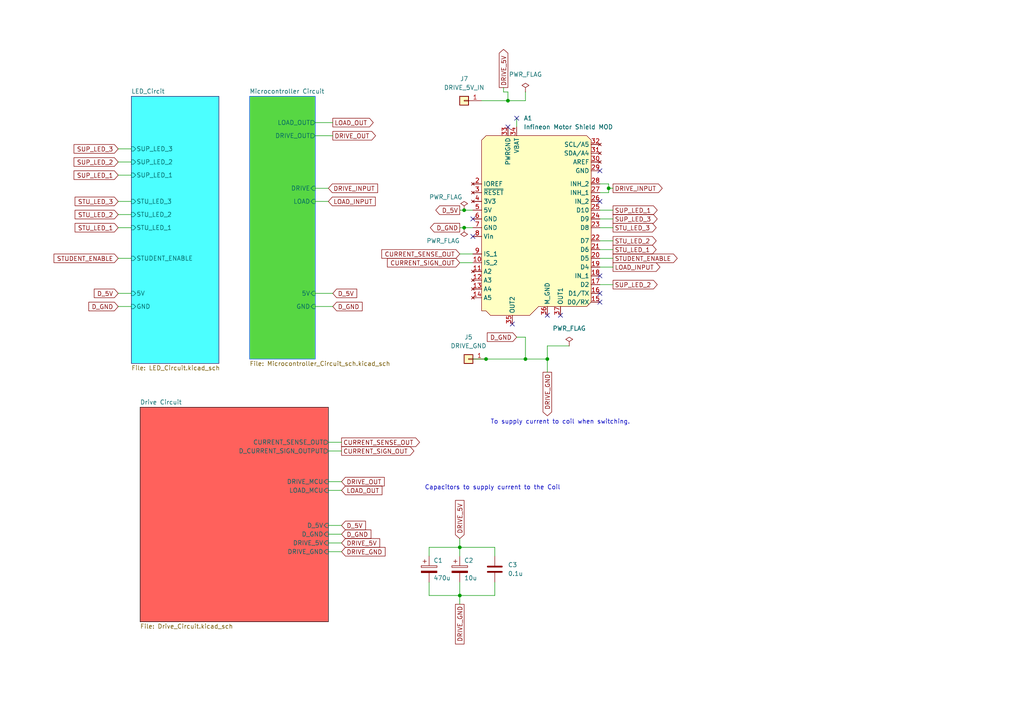
<source format=kicad_sch>
(kicad_sch (version 20211123) (generator eeschema)
  (paper "A4")
  (lib_symbols
    (symbol "000_Modules_Immo:Infineon Motor Shield MOD"
      (property "Reference" "A" (at 20.32 34.29 0))
      (property "Value" "Infineon Motor Shield MOD" (at 20.32 33.02 0))
      (symbol "Infineon Motor Shield MOD_0_1"
        (polyline (pts (xy -17.78 26.67) (xy -17.78 -22.86) (xy -16.51 -22.86) (xy -15.24 -24.13) (xy -3.81 -24.13) (xy -1.27 -21.59) (xy 12.7 -21.59) (xy 13.97 -20.32) (xy 13.97 26.67) (xy 12.7 27.94) (xy -16.51 27.94) (xy -17.78 26.67)) (fill (type background)))
      )
      (symbol "Infineon Motor Shield MOD_1_1"
        (pin no_connect line (at -20.32 16.51 0) (length 2.54) hide (name "NC") (number "1"))
        (pin input line (at -20.32 -8.89 0) (length 2.54) (name "IS_2") (number "10"))
        (pin no_connect line (at -20.32 -11.43 0) (length 2.54) (name "A2") (number "11"))
        (pin no_connect line (at -20.32 -13.97 0) (length 2.54) (name "A3") (number "12"))
        (pin no_connect line (at -20.32 -16.51 0) (length 2.54) (name "A4") (number "13"))
        (pin no_connect line (at -20.32 -19.05 0) (length 2.54) (name "A5") (number "14"))
        (pin bidirectional line (at 16.51 -20.32 180) (length 2.54) (name "D0/RX") (number "15"))
        (pin bidirectional line (at 16.51 -17.78 180) (length 2.54) (name "D1/TX") (number "16"))
        (pin bidirectional line (at 16.51 -15.24 180) (length 2.54) (name "D2") (number "17"))
        (pin bidirectional line (at 16.51 -12.7 180) (length 2.54) (name "IN_1") (number "18"))
        (pin bidirectional line (at 16.51 -10.16 180) (length 2.54) (name "D4") (number "19"))
        (pin no_connect line (at -20.32 13.97 0) (length 2.54) (name "IOREF") (number "2"))
        (pin bidirectional line (at 16.51 -7.62 180) (length 2.54) (name "D5") (number "20"))
        (pin bidirectional line (at 16.51 -5.08 180) (length 2.54) (name "D6") (number "21"))
        (pin bidirectional line (at 16.51 -2.54 180) (length 2.54) (name "D7") (number "22"))
        (pin bidirectional line (at 16.51 1.27 180) (length 2.54) (name "D8") (number "23"))
        (pin bidirectional line (at 16.51 3.81 180) (length 2.54) (name "D9") (number "24"))
        (pin bidirectional line (at 16.51 6.35 180) (length 2.54) (name "D10") (number "25"))
        (pin input line (at 16.51 8.89 180) (length 2.54) (name "IN_2") (number "26"))
        (pin input line (at 16.51 11.43 180) (length 2.54) (name "INH_1") (number "27"))
        (pin input line (at 16.51 13.97 180) (length 2.54) (name "INH_2") (number "28"))
        (pin power_in line (at 16.51 17.78 180) (length 2.54) (name "GND") (number "29"))
        (pin no_connect line (at -20.32 11.43 0) (length 2.54) (name "~{RESET}") (number "3"))
        (pin no_connect line (at 16.51 20.32 180) (length 2.54) (name "AREF") (number "30"))
        (pin no_connect line (at 16.51 22.86 180) (length 2.54) (name "SDA/A4") (number "31"))
        (pin no_connect line (at 16.51 25.4 180) (length 2.54) (name "SCL/A5") (number "32"))
        (pin power_in line (at -10.16 30.48 270) (length 2.54) (name "PWRGND") (number "33"))
        (pin power_in line (at -7.62 30.48 270) (length 2.54) (name "VBAT") (number "34"))
        (pin output line (at -8.89 -26.67 90) (length 2.54) (name "OUT2") (number "35"))
        (pin power_in line (at 1.27 -24.13 90) (length 2.54) (name "M_GND") (number "36"))
        (pin output line (at 5.08 -24.13 90) (length 2.54) (name "OUT1") (number "37"))
        (pin no_connect line (at -20.32 8.89 0) (length 2.54) (name "3V3") (number "4"))
        (pin input line (at -20.32 6.35 0) (length 2.54) (name "5V") (number "5"))
        (pin power_in line (at -20.32 3.81 0) (length 2.54) (name "GND") (number "6"))
        (pin power_in line (at -20.32 1.27 0) (length 2.54) (name "GND") (number "7"))
        (pin input line (at -20.32 -1.27 0) (length 2.54) (name "Vin") (number "8"))
        (pin input line (at -20.32 -6.35 0) (length 2.54) (name "IS_1") (number "9"))
      )
    )
    (symbol "Connector_Generic:Conn_01x01" (pin_names (offset 1.016) hide)
      (property "Reference" "J" (at 0 2.54 0))
      (property "Value" "Conn_01x01" (at 0 -2.54 0))
      (symbol "Conn_01x01_1_1"
        (rectangle (start -1.27 0.127) (end 0 -0.127) (stroke (width 0.1524)))
        (rectangle (start -1.27 1.27) (end 1.27 -1.27) (stroke (width 0.254)) (fill (type background)))
        (pin passive line (at -5.08 0 0) (length 3.81) (name "Pin_1") (number "1"))
      )
    )
    (symbol "Device:C" (pin_numbers hide) (pin_names (offset 0.254))
      (property "Reference" "C" (at 0.635 2.54 0))
      (property "Value" "C" (at 0.635 -2.54 0))
      (symbol "C_0_1"
        (polyline (pts (xy -2.032 -0.762) (xy 2.032 -0.762)) (stroke (width 0.508)))
        (polyline (pts (xy -2.032 0.762) (xy 2.032 0.762)) (stroke (width 0.508)))
      )
      (symbol "C_1_1"
        (pin passive line (at 0 3.81 270) (length 2.794) (name "~") (number "1"))
        (pin passive line (at 0 -3.81 90) (length 2.794) (name "~") (number "2"))
      )
    )
    (symbol "Device:C_Polarized" (pin_numbers hide) (pin_names (offset 0.254))
      (property "Reference" "C" (at 0.635 2.54 0))
      (property "Value" "C_Polarized" (at 0.635 -2.54 0))
      (symbol "C_Polarized_0_1"
        (rectangle (start -2.286 0.508) (end 2.286 1.016))
        (polyline (pts (xy -1.778 2.286) (xy -0.762 2.286)))
        (polyline (pts (xy -1.27 2.794) (xy -1.27 1.778)))
        (rectangle (start 2.286 -0.508) (end -2.286 -1.016) (fill (type outline)))
      )
      (symbol "C_Polarized_1_1"
        (pin passive line (at 0 3.81 270) (length 2.794) (name "~") (number "1"))
        (pin passive line (at 0 -3.81 90) (length 2.794) (name "~") (number "2"))
      )
    )
    (symbol "power:PWR_FLAG" (power) (pin_numbers hide) (pin_names (offset 0) hide)
      (property "Value" "PWR_FLAG" (at 0 3.81 0))
      (symbol "PWR_FLAG_0_0"
        (pin power_out line (at 0 0 90) (length 0) (name "pwr") (number "1"))
      )
      (symbol "PWR_FLAG_0_1"
        (polyline (pts (xy 0 0) (xy 0 1.27) (xy -1.016 1.905) (xy 0 2.54) (xy 1.016 1.905) (xy 0 1.27)))
      )
    )
  )
  (junction (at 176.53 54.61))
  (junction (at 158.75 104.14))
  (junction (at 147.32 29.21))
  (junction (at 134.62 66.04))
  (junction (at 140.97 104.14))
  (junction (at 134.62 60.96))
  (junction (at 133.35 172.72))
  (junction (at 133.35 158.75))
  (junction (at 152.4 104.14))
  (no_connect (at 173.99 58.42))
  (no_connect (at 137.16 63.5))
  (no_connect (at 173.99 49.53))
  (no_connect (at 137.16 68.58))
  (no_connect (at 173.99 85.09))
  (no_connect (at 173.99 87.63))
  (no_connect (at 173.99 80.01))
  (no_connect (at 158.75 91.44))
  (no_connect (at 149.86 34.29))
  (no_connect (at 162.56 91.44))
  (no_connect (at 148.59 93.98))
  (no_connect (at 147.32 36.83))
  (wire (pts (xy 158.75 100.33) (xy 165.1 100.33)))
  (wire (pts (xy 173.99 82.55) (xy 177.8 82.55)))
  (wire (pts (xy 91.44 88.9) (xy 96.52 88.9)))
  (wire (pts (xy 173.99 72.39) (xy 177.8 72.39)))
  (wire (pts (xy 152.4 104.14) (xy 158.75 104.14)))
  (wire (pts (xy 176.53 54.61) (xy 177.8 54.61)))
  (wire (pts (xy 140.97 104.14) (xy 152.4 104.14)))
  (wire (pts (xy 133.35 156.21) (xy 133.35 158.75)))
  (wire (pts (xy 143.51 161.29) (xy 143.51 158.75)))
  (wire (pts (xy 95.25 128.27) (xy 99.06 128.27)))
  (wire (pts (xy 152.4 97.79) (xy 152.4 104.14)))
  (wire (pts (xy 152.4 26.67) (xy 152.4 29.21)))
  (wire (pts (xy 173.99 60.96) (xy 177.8 60.96)))
  (wire (pts (xy 173.99 53.34) (xy 176.53 53.34)))
  (wire (pts (xy 173.99 77.47) (xy 177.8 77.47)))
  (wire (pts (xy 91.44 39.37) (xy 96.52 39.37)))
  (wire (pts (xy 95.25 154.94) (xy 99.06 154.94)))
  (wire (pts (xy 91.44 54.61) (xy 95.25 54.61)))
  (wire (pts (xy 143.51 168.91) (xy 143.51 172.72)))
  (wire (pts (xy 176.53 53.34) (xy 176.53 54.61)))
  (wire (pts (xy 173.99 69.85) (xy 177.8 69.85)))
  (wire (pts (xy 133.35 66.04) (xy 134.62 66.04)))
  (wire (pts (xy 95.25 157.48) (xy 99.06 157.48)))
  (wire (pts (xy 176.53 54.61) (xy 176.53 55.88)))
  (wire (pts (xy 133.35 73.66) (xy 137.16 73.66)))
  (wire (pts (xy 124.46 158.75) (xy 133.35 158.75)))
  (wire (pts (xy 147.32 29.21) (xy 152.4 29.21)))
  (wire (pts (xy 146.05 25.4) (xy 146.05 26.67)))
  (wire (pts (xy 34.29 46.99) (xy 38.1 46.99)))
  (wire (pts (xy 173.99 63.5) (xy 177.8 63.5)))
  (wire (pts (xy 134.62 60.96) (xy 137.16 60.96)))
  (wire (pts (xy 139.7 29.21) (xy 147.32 29.21)))
  (wire (pts (xy 124.46 172.72) (xy 133.35 172.72)))
  (wire (pts (xy 95.25 142.24) (xy 99.06 142.24)))
  (wire (pts (xy 133.35 172.72) (xy 133.35 175.26)))
  (wire (pts (xy 133.35 158.75) (xy 133.35 161.29)))
  (wire (pts (xy 133.35 172.72) (xy 143.51 172.72)))
  (wire (pts (xy 133.35 76.2) (xy 137.16 76.2)))
  (wire (pts (xy 134.62 66.04) (xy 137.16 66.04)))
  (wire (pts (xy 149.86 34.29) (xy 149.86 36.83)))
  (wire (pts (xy 173.99 55.88) (xy 176.53 55.88)))
  (wire (pts (xy 143.51 158.75) (xy 133.35 158.75)))
  (wire (pts (xy 158.75 104.14) (xy 158.75 107.95)))
  (wire (pts (xy 34.29 50.8) (xy 38.1 50.8)))
  (wire (pts (xy 124.46 168.91) (xy 124.46 172.72)))
  (wire (pts (xy 34.29 43.18) (xy 38.1 43.18)))
  (wire (pts (xy 149.86 97.79) (xy 152.4 97.79)))
  (wire (pts (xy 95.25 139.7) (xy 99.06 139.7)))
  (wire (pts (xy 147.32 26.67) (xy 147.32 29.21)))
  (wire (pts (xy 173.99 66.04) (xy 177.8 66.04)))
  (wire (pts (xy 133.35 168.91) (xy 133.35 172.72)))
  (wire (pts (xy 34.29 66.04) (xy 38.1 66.04)))
  (wire (pts (xy 133.35 60.96) (xy 134.62 60.96)))
  (wire (pts (xy 34.29 74.93) (xy 38.1 74.93)))
  (wire (pts (xy 95.25 160.02) (xy 99.06 160.02)))
  (wire (pts (xy 95.25 130.81) (xy 99.06 130.81)))
  (wire (pts (xy 137.16 104.14) (xy 140.97 104.14)))
  (wire (pts (xy 34.29 62.23) (xy 38.1 62.23)))
  (wire (pts (xy 173.99 74.93) (xy 177.8 74.93)))
  (wire (pts (xy 124.46 161.29) (xy 124.46 158.75)))
  (wire (pts (xy 91.44 58.42) (xy 95.25 58.42)))
  (wire (pts (xy 34.29 58.42) (xy 38.1 58.42)))
  (wire (pts (xy 146.05 26.67) (xy 147.32 26.67)))
  (wire (pts (xy 91.44 35.56) (xy 96.52 35.56)))
  (wire (pts (xy 95.25 152.4) (xy 99.06 152.4)))
  (wire (pts (xy 91.44 85.09) (xy 96.52 85.09)))
  (wire (pts (xy 34.29 88.9) (xy 38.1 88.9)))
  (wire (pts (xy 158.75 100.33) (xy 158.75 104.14)))
  (wire (pts (xy 34.29 85.09) (xy 38.1 85.09)))
  (text "Capacitors to supply current to the Coil" (at 162.56 142.24 180) (effects (font (size 1.27 1.27)) (justify right bottom)))
  (text "To supply current to coil when switching." (at 142.24 123.19 0) (effects (font (size 1.27 1.27)) (justify left bottom)))
  (global_label "LOAD_OUT" (shape output) (at 96.52 35.56 0) (property "Intersheet References" "${INTERSHEET_REFS}" (effects hide)))
  (global_label "DRIVE_GND" (shape output) (at 158.75 107.95 270) (property "Intersheet References" "${INTERSHEET_REFS}" (effects hide)))
  (global_label "D_GND" (shape input) (at 149.86 97.79 180) (property "Intersheet References" "${INTERSHEET_REFS}" (effects hide)))
  (global_label "STU_LED_2" (shape output) (at 177.8 69.85 0) (property "Intersheet References" "${INTERSHEET_REFS}" (effects hide)))
  (global_label "CURRENT_SIGN_OUT" (shape output) (at 99.06 130.81 0) (property "Intersheet References" "${INTERSHEET_REFS}" (effects hide)))
  (global_label "CURRENT_SIGN_OUT" (shape input) (at 133.35 76.2 180) (property "Intersheet References" "${INTERSHEET_REFS}" (effects hide)))
  (global_label "DRIVE_5V" (shape output) (at 146.05 25.4 90) (property "Intersheet References" "${INTERSHEET_REFS}" (effects hide)))
  (global_label "D_GND" (shape input) (at 99.06 154.94 0) (property "Intersheet References" "${INTERSHEET_REFS}" (effects hide)))
  (global_label "LOAD_INPUT" (shape input) (at 95.25 58.42 0) (property "Intersheet References" "${INTERSHEET_REFS}" (effects hide)))
  (global_label "DRIVE_5V" (shape input) (at 99.06 157.48 0) (property "Intersheet References" "${INTERSHEET_REFS}" (effects hide)))
  (global_label "DRIVE_OUT" (shape input) (at 99.06 139.7 0) (property "Intersheet References" "${INTERSHEET_REFS}" (effects hide)))
  (global_label "SUP_LED_1" (shape output) (at 177.8 60.96 0) (property "Intersheet References" "${INTERSHEET_REFS}" (effects hide)))
  (global_label "CURRENT_SENSE_OUT" (shape output) (at 99.06 128.27 0) (property "Intersheet References" "${INTERSHEET_REFS}" (effects hide)))
  (global_label "D_5V" (shape input) (at 96.52 85.09 0) (property "Intersheet References" "${INTERSHEET_REFS}" (effects hide)))
  (global_label "STU_LED_3" (shape output) (at 177.8 66.04 0) (property "Intersheet References" "${INTERSHEET_REFS}" (effects hide)))
  (global_label "D_GND" (shape input) (at 96.52 88.9 0) (property "Intersheet References" "${INTERSHEET_REFS}" (effects hide)))
  (global_label "DRIVE_INPUT" (shape output) (at 177.8 54.61 0) (property "Intersheet References" "${INTERSHEET_REFS}" (effects hide)))
  (global_label "D_GND" (shape input) (at 34.29 88.9 180) (property "Intersheet References" "${INTERSHEET_REFS}" (effects hide)))
  (global_label "SUP_LED_3" (shape input) (at 34.29 43.18 180) (property "Intersheet References" "${INTERSHEET_REFS}" (effects hide)))
  (global_label "CURRENT_SENSE_OUT" (shape input) (at 133.35 73.66 180) (property "Intersheet References" "${INTERSHEET_REFS}" (effects hide)))
  (global_label "D_GND" (shape output) (at 133.35 66.04 180) (property "Intersheet References" "${INTERSHEET_REFS}" (effects hide)))
  (global_label "LOAD_INPUT" (shape output) (at 177.8 77.47 0) (property "Intersheet References" "${INTERSHEET_REFS}" (effects hide)))
  (global_label "SUP_LED_2" (shape output) (at 177.8 82.55 0) (property "Intersheet References" "${INTERSHEET_REFS}" (effects hide)))
  (global_label "D_5V" (shape output) (at 133.35 60.96 180) (property "Intersheet References" "${INTERSHEET_REFS}" (effects hide)))
  (global_label "SUP_LED_3" (shape output) (at 177.8 63.5 0) (property "Intersheet References" "${INTERSHEET_REFS}" (effects hide)))
  (global_label "DRIVE_OUT" (shape output) (at 96.52 39.37 0) (property "Intersheet References" "${INTERSHEET_REFS}" (effects hide)))
  (global_label "DRIVE_GND" (shape input) (at 99.06 160.02 0) (property "Intersheet References" "${INTERSHEET_REFS}" (effects hide)))
  (global_label "STUDENT_ENABLE" (shape input) (at 34.29 74.93 180) (property "Intersheet References" "${INTERSHEET_REFS}" (effects hide)))
  (global_label "SUP_LED_2" (shape input) (at 34.29 46.99 180) (property "Intersheet References" "${INTERSHEET_REFS}" (effects hide)))
  (global_label "STU_LED_2" (shape input) (at 34.29 62.23 180) (property "Intersheet References" "${INTERSHEET_REFS}" (effects hide)))
  (global_label "STUDENT_ENABLE" (shape output) (at 177.8 74.93 0) (property "Intersheet References" "${INTERSHEET_REFS}" (effects hide)))
  (global_label "D_5V" (shape input) (at 99.06 152.4 0) (property "Intersheet References" "${INTERSHEET_REFS}" (effects hide)))
  (global_label "STU_LED_1" (shape output) (at 177.8 72.39 0) (property "Intersheet References" "${INTERSHEET_REFS}" (effects hide)))
  (global_label "STU_LED_3" (shape input) (at 34.29 58.42 180) (property "Intersheet References" "${INTERSHEET_REFS}" (effects hide)))
  (global_label "STU_LED_1" (shape input) (at 34.29 66.04 180) (property "Intersheet References" "${INTERSHEET_REFS}" (effects hide)))
  (global_label "LOAD_OUT" (shape input) (at 99.06 142.24 0) (property "Intersheet References" "${INTERSHEET_REFS}" (effects hide)))
  (global_label "DRIVE_GND" (shape passive) (at 133.35 175.26 270) (property "Intersheet References" "${INTERSHEET_REFS}" (effects hide)))
  (global_label "D_5V" (shape input) (at 34.29 85.09 180) (property "Intersheet References" "${INTERSHEET_REFS}" (effects hide)))
  (global_label "SUP_LED_1" (shape input) (at 34.29 50.8 180) (property "Intersheet References" "${INTERSHEET_REFS}" (effects hide)))
  (global_label "DRIVE_5V" (shape input) (at 133.35 156.21 90) (property "Intersheet References" "${INTERSHEET_REFS}" (effects hide)))
  (global_label "DRIVE_INPUT" (shape input) (at 95.25 54.61 0) (property "Intersheet References" "${INTERSHEET_REFS}" (effects hide)))
  (symbol (lib_id "Connector_Generic:Conn_01x01") (at 135.89 104.14 0) (mirror y) (unit 1)
    (property "Reference" "J5" (at 135.89 97.79 0))
    (property "Value" "DRIVE_GND" (at 135.89 100.33 0))
    (property "Footprint" "Connector_Pin:Pin_D1.3mm_L11.0mm" (effects hide))
  )
  (symbol (lib_id "Connector_Generic:Conn_01x01") (at 134.62 29.21 0) (mirror y) (unit 1)
    (property "Reference" "J7" (at 134.62 22.86 0))
    (property "Value" "DRIVE_5V_IN" (at 134.62 25.4 0))
    (property "Footprint" "Connector_Pin:Pin_D1.3mm_L11.0mm" (effects hide))
  )
  (symbol (lib_id "Device:C_Polarized") (at 133.35 165.1 0) (unit 1)
    (property "Reference" "C2" (at 134.62 162.56 0) (effects (justify left)))
    (property "Value" "10u" (at 134.62 167.64 0) (effects (justify left)))
    (property "Footprint" "Capacitor_SMD:CP_Elec_3x5.3" (effects hide))
  )
  (symbol (lib_id "power:PWR_FLAG") (at 165.1 100.33 0) (unit 1)
    (property "Reference" "#FLG0102" (effects hide))
    (property "Value" "PWR_FLAG" (at 165.1 95.25 0))
  )
  (symbol (lib_id "power:PWR_FLAG") (at 152.4 26.67 0) (unit 1)
    (property "Reference" "#FLG0101" (effects hide))
    (property "Value" "PWR_FLAG" (at 152.4 21.59 0))
  )
  (symbol (lib_id "Device:C_Polarized") (at 124.46 165.1 0) (unit 1)
    (property "Reference" "C1" (at 125.73 162.56 0) (effects (justify left)))
    (property "Value" "470u" (at 125.73 167.64 0) (effects (justify left)))
    (property "Footprint" "Capacitor_SMD:C_Elec_8x10.2" (effects hide))
  )
  (symbol (lib_id "Device:C") (at 143.51 165.1 0) (unit 1)
    (property "Reference" "C3" (at 147.32 163.8299 0) (effects (justify left)))
    (property "Value" "0.1u" (at 147.32 166.3699 0) (effects (justify left)))
    (property "Footprint" "Capacitor_SMD:C_0805_2012Metric_Pad1.18x1.45mm_HandSolder" (effects hide))
  )
  (symbol (lib_id "000_Modules_Immo:Infineon Motor Shield MOD") (at 157.48 67.31 0) (unit 1)
    (property "Reference" "A1" (at 151.8794 34.29 0) (effects (justify left)))
    (property "Value" "Infineon Motor Shield MOD" (at 151.8794 36.83 0) (effects (justify left)))
    (property "Footprint" "Audio_Module:Infineon Motor Sheild hiddenPins" (effects hide))
    (property "Datasheet" "https://docs.rs-online.com/91cb/0900766b81490d99.pdf" (effects hide))
  )
  (symbol (lib_id "power:PWR_FLAG") (at 134.62 60.96 0) (mirror y) (unit 1)
    (property "Reference" "#FLG0104" (effects hide))
    (property "Value" "PWR_FLAG" (at 124.46 57.15 0) (effects (justify right)))
  )
  (symbol (lib_id "power:PWR_FLAG") (at 134.62 66.04 0) (mirror x) (unit 1)
    (property "Reference" "#FLG0103" (effects hide))
    (property "Value" "PWR_FLAG" (at 133.35 69.85 0) (effects (justify right)))
  )
  (sheet (at 38.1 27.94) (size 25.4 77.47) (stroke (width 0.1524) (color 36 6 99 1)) (fill (color 76 255 255 1.0000))
    (property "Sheet name" "LED_Circit" (at 38.1 27.2284 0) (effects (justify left bottom)))
    (property "Sheet file" "LED_Circuit.kicad_sch" (at 38.1 105.9946 0) (effects (justify left top)))
    (pin "GND" input (at 38.1 88.9 180))
    (pin "5V" input (at 38.1 85.09 180))
    (pin "STUDENT_ENABLE" input (at 38.1 74.93 180))
    (pin "STU_LED_1" input (at 38.1 66.04 180))
    (pin "STU_LED_2" input (at 38.1 62.23 180))
    (pin "SUP_LED_1" input (at 38.1 50.8 180))
    (pin "SUP_LED_2" input (at 38.1 46.99 180))
    (pin "SUP_LED_3" input (at 38.1 43.18 180))
    (pin "STU_LED_3" input (at 38.1 58.42 180))
  )
  (sheet (at 40.64 118.11) (size 54.61 62.23) (stroke (width 0.1524) (color 4 0 8 1)) (fill (color 255 97 92 1.0000))
    (property "Sheet name" "Drive Circuit" (at 40.64 117.3984 0) (effects (justify left bottom)))
    (property "Sheet file" "Drive_Circuit.kicad_sch" (at 40.64 180.9246 0) (effects (justify left top)))
    (pin "CURRENT_SENSE_OUT" output (at 95.25 128.27 0))
    (pin "DRIVE_GND" input (at 95.25 160.02 0))
    (pin "DRIVE_5V" input (at 95.25 157.48 0))
    (pin "DRIVE_MCU" input (at 95.25 139.7 0))
    (pin "LOAD_MCU" input (at 95.25 142.24 0))
    (pin "D_GND" input (at 95.25 154.94 0))
    (pin "D_CURRENT_SIGN_OUTPUT" output (at 95.25 130.81 0))
    (pin "D_5V" input (at 95.25 152.4 0))
  )
  (sheet (at 72.39 27.94) (size 19.05 76.2) (stroke (width 0.1524) (color 0 70 255 1)) (fill (color 87 215 67 1.0000))
    (property "Sheet name" "Microcontroller Circuit" (at 72.39 27.2284 0) (effects (justify left bottom)))
    (property "Sheet file" "Microcontroller_Circuit_sch.kicad_sch" (at 72.39 104.7246 0) (effects (justify left top)))
    (pin "5V" input (at 91.44 85.09 0))
    (pin "GND" input (at 91.44 88.9 0))
    (pin "LOAD" input (at 91.44 58.42 0))
    (pin "LOAD_OUT" output (at 91.44 35.56 0))
    (pin "DRIVE_OUT" output (at 91.44 39.37 0))
    (pin "DRIVE" input (at 91.44 54.61 0))
  )
)
</source>
